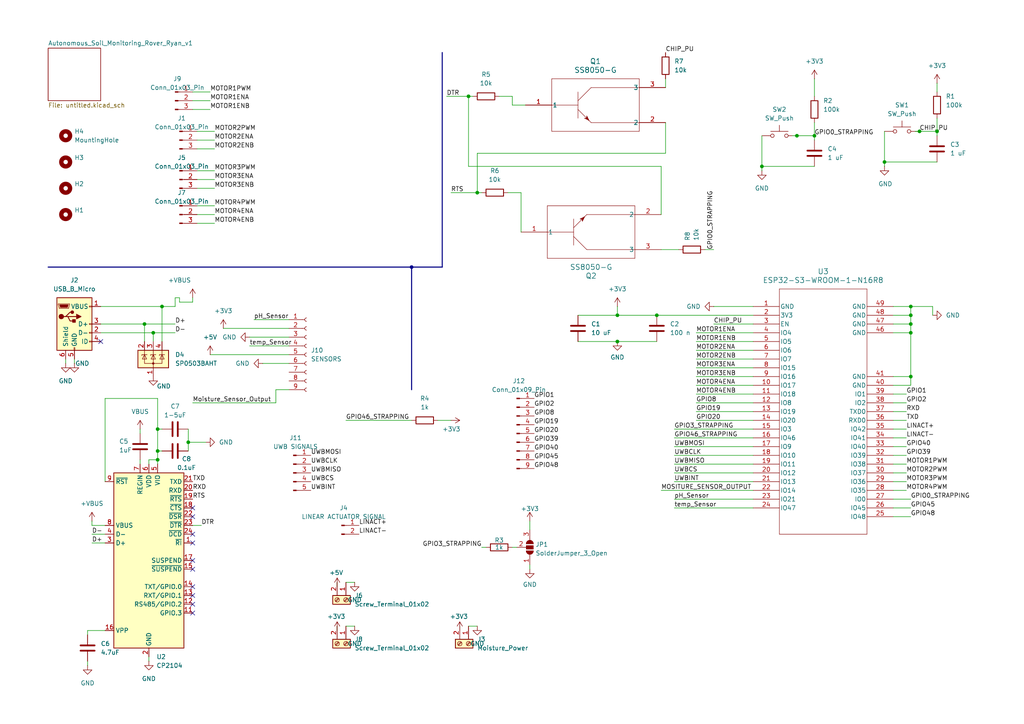
<source format=kicad_sch>
(kicad_sch (version 20231120) (generator "eeschema") (generator_version "8.0")
  (paper "A4")
  (lib_symbols
    (symbol "2024-11-11_01-31-27:SS8050-G" (pin_names (offset 0.254))
      (property "Reference" "Q" (at 20.32 12.7 0))
      (property "Value" "SS8050-G" (at 20.32 10.16 0))
      (symbol "SS8050-G_1_1"
        (pin unspecified line (at 0 0 0) (length 7.62) (name "1") (number "1"))
        (pin unspecified line (at 40.64 -5.08 180) (length 7.62) (name "2") (number "2"))
        (pin unspecified line (at 40.64 5.08 180) (length 7.62) (name "3") (number "3"))
      )
    )
    (symbol "2024-11-21_23-31-15:ESP32-S3-WROOM-1-N16R8" (pin_names (offset 0.254))
      (property "Reference" "U" (at 20.32 10.16 0))
      (property "Value" "ESP32-S3-WROOM-1-N16R8" (at 20.32 7.62 0))
      (symbol "ESP32-S3-WROOM-1-N16R8_0_1"
        (pin power_out line (at 0 0 0) (length 7.62) (name "GND") (number "1"))
        (pin bidirectional line (at 0 -22.86 0) (length 7.62) (name "IO17") (number "10"))
        (pin bidirectional line (at 0 -25.4 0) (length 7.62) (name "IO18") (number "11"))
        (pin bidirectional line (at 0 -27.94 0) (length 7.62) (name "IO8") (number "12"))
        (pin bidirectional line (at 0 -30.48 0) (length 7.62) (name "IO19") (number "13"))
        (pin bidirectional line (at 0 -33.02 0) (length 7.62) (name "IO20") (number "14"))
        (pin bidirectional line (at 0 -35.56 0) (length 7.62) (name "IO3") (number "15"))
        (pin bidirectional line (at 0 -38.1 0) (length 7.62) (name "IO46") (number "16"))
        (pin bidirectional line (at 0 -40.64 0) (length 7.62) (name "IO9") (number "17"))
        (pin bidirectional line (at 0 -43.18 0) (length 7.62) (name "IO10") (number "18"))
        (pin bidirectional line (at 0 -45.72 0) (length 7.62) (name "IO11") (number "19"))
        (pin power_in line (at 0 -2.54 0) (length 7.62) (name "3V3") (number "2"))
        (pin bidirectional line (at 0 -48.26 0) (length 7.62) (name "IO12") (number "20"))
        (pin bidirectional line (at 0 -50.8 0) (length 7.62) (name "IO13") (number "21"))
        (pin bidirectional line (at 0 -53.34 0) (length 7.62) (name "IO14") (number "22"))
        (pin bidirectional line (at 0 -55.88 0) (length 7.62) (name "IO21") (number "23"))
        (pin bidirectional line (at 0 -58.42 0) (length 7.62) (name "IO47") (number "24"))
        (pin bidirectional line (at 40.64 -60.96 180) (length 7.62) (name "IO48") (number "25"))
        (pin bidirectional line (at 40.64 -58.42 180) (length 7.62) (name "IO45") (number "26"))
        (pin bidirectional line (at 40.64 -55.88 180) (length 7.62) (name "IO0") (number "27"))
        (pin bidirectional line (at 40.64 -53.34 180) (length 7.62) (name "IO35") (number "28"))
        (pin bidirectional line (at 40.64 -50.8 180) (length 7.62) (name "IO36") (number "29"))
        (pin input line (at 0 -5.08 0) (length 7.62) (name "EN") (number "3"))
        (pin bidirectional line (at 40.64 -48.26 180) (length 7.62) (name "IO37") (number "30"))
        (pin bidirectional line (at 40.64 -45.72 180) (length 7.62) (name "IO38") (number "31"))
        (pin bidirectional line (at 40.64 -43.18 180) (length 7.62) (name "IO39") (number "32"))
        (pin bidirectional line (at 40.64 -40.64 180) (length 7.62) (name "IO40") (number "33"))
        (pin bidirectional line (at 40.64 -38.1 180) (length 7.62) (name "IO41") (number "34"))
        (pin bidirectional line (at 40.64 -35.56 180) (length 7.62) (name "IO42") (number "35"))
        (pin bidirectional line (at 40.64 -33.02 180) (length 7.62) (name "RXD0") (number "36"))
        (pin bidirectional line (at 40.64 -30.48 180) (length 7.62) (name "TXD0") (number "37"))
        (pin bidirectional line (at 40.64 -27.94 180) (length 7.62) (name "IO2") (number "38"))
        (pin bidirectional line (at 40.64 -25.4 180) (length 7.62) (name "IO1") (number "39"))
        (pin bidirectional line (at 0 -7.62 0) (length 7.62) (name "IO4") (number "4"))
        (pin power_out line (at 40.64 -22.86 180) (length 7.62) (name "GND") (number "40"))
        (pin power_out line (at 40.64 -20.32 180) (length 7.62) (name "GND") (number "41"))
        (pin power_out line (at 40.64 -7.62 180) (length 7.62) (name "GND") (number "46"))
        (pin power_out line (at 40.64 -5.08 180) (length 7.62) (name "GND") (number "47"))
        (pin power_out line (at 40.64 -2.54 180) (length 7.62) (name "GND") (number "48"))
        (pin power_out line (at 40.64 0 180) (length 7.62) (name "GND") (number "49"))
        (pin bidirectional line (at 0 -10.16 0) (length 7.62) (name "IO5") (number "5"))
        (pin bidirectional line (at 0 -12.7 0) (length 7.62) (name "IO6") (number "6"))
        (pin bidirectional line (at 0 -15.24 0) (length 7.62) (name "IO7") (number "7"))
        (pin bidirectional line (at 0 -17.78 0) (length 7.62) (name "IO15") (number "8"))
        (pin bidirectional line (at 0 -20.32 0) (length 7.62) (name "IO16") (number "9"))
      )
    )
    (symbol "Connector:Conn_01x02_Pin" (pin_names (offset 1.016) hide)
      (property "Reference" "J" (at 0 2.54 0))
      (property "Value" "Conn_01x02_Pin" (at 0 -5.08 0))
      (symbol "Conn_01x02_Pin_1_1"
        (pin passive line (at 5.08 0 180) (length 3.81) (name "Pin_1") (number "1"))
        (pin passive line (at 5.08 -2.54 180) (length 3.81) (name "Pin_2") (number "2"))
      )
    )
    (symbol "Connector:Conn_01x03_Pin" (pin_names (offset 1.016) hide)
      (property "Reference" "J" (at 0 5.08 0))
      (property "Value" "Conn_01x03_Pin" (at 0 -5.08 0))
      (symbol "Conn_01x03_Pin_1_1"
        (pin passive line (at 5.08 2.54 180) (length 3.81) (name "Pin_1") (number "1"))
        (pin passive line (at 5.08 0 180) (length 3.81) (name "Pin_2") (number "2"))
        (pin passive line (at 5.08 -2.54 180) (length 3.81) (name "Pin_3") (number "3"))
      )
    )
    (symbol "Connector:Conn_01x05_Pin" (pin_names (offset 1.016) hide)
      (property "Reference" "J" (at 0 7.62 0))
      (property "Value" "Conn_01x05_Pin" (at 0 -7.62 0))
      (symbol "Conn_01x05_Pin_1_1"
        (pin passive line (at 5.08 5.08 180) (length 3.81) (name "Pin_1") (number "1"))
        (pin passive line (at 5.08 2.54 180) (length 3.81) (name "Pin_2") (number "2"))
        (pin passive line (at 5.08 0 180) (length 3.81) (name "Pin_3") (number "3"))
        (pin passive line (at 5.08 -2.54 180) (length 3.81) (name "Pin_4") (number "4"))
        (pin passive line (at 5.08 -5.08 180) (length 3.81) (name "Pin_5") (number "5"))
      )
    )
    (symbol "Connector:Conn_01x09_Pin" (pin_names (offset 1.016) hide)
      (property "Reference" "J" (at 0 12.7 0))
      (property "Value" "Conn_01x09_Pin" (at 0 -12.7 0))
      (symbol "Conn_01x09_Pin_1_1"
        (pin passive line (at 5.08 10.16 180) (length 3.81) (name "Pin_1") (number "1"))
        (pin passive line (at 5.08 7.62 180) (length 3.81) (name "Pin_2") (number "2"))
        (pin passive line (at 5.08 5.08 180) (length 3.81) (name "Pin_3") (number "3"))
        (pin passive line (at 5.08 2.54 180) (length 3.81) (name "Pin_4") (number "4"))
        (pin passive line (at 5.08 0 180) (length 3.81) (name "Pin_5") (number "5"))
        (pin passive line (at 5.08 -2.54 180) (length 3.81) (name "Pin_6") (number "6"))
        (pin passive line (at 5.08 -5.08 180) (length 3.81) (name "Pin_7") (number "7"))
        (pin passive line (at 5.08 -7.62 180) (length 3.81) (name "Pin_8") (number "8"))
        (pin passive line (at 5.08 -10.16 180) (length 3.81) (name "Pin_9") (number "9"))
      )
    )
    (symbol "Connector:Conn_01x09_Socket" (pin_names (offset 1.016) hide)
      (property "Reference" "J" (at 0 12.7 0))
      (property "Value" "Conn_01x09_Socket" (at 0 -12.7 0))
      (symbol "Conn_01x09_Socket_1_1"
        (pin passive line (at -5.08 10.16 0) (length 3.81) (name "Pin_1") (number "1"))
        (pin passive line (at -5.08 7.62 0) (length 3.81) (name "Pin_2") (number "2"))
        (pin passive line (at -5.08 5.08 0) (length 3.81) (name "Pin_3") (number "3"))
        (pin passive line (at -5.08 2.54 0) (length 3.81) (name "Pin_4") (number "4"))
        (pin passive line (at -5.08 0 0) (length 3.81) (name "Pin_5") (number "5"))
        (pin passive line (at -5.08 -2.54 0) (length 3.81) (name "Pin_6") (number "6"))
        (pin passive line (at -5.08 -5.08 0) (length 3.81) (name "Pin_7") (number "7"))
        (pin passive line (at -5.08 -7.62 0) (length 3.81) (name "Pin_8") (number "8"))
        (pin passive line (at -5.08 -10.16 0) (length 3.81) (name "Pin_9") (number "9"))
      )
    )
    (symbol "Connector:Screw_Terminal_01x02" (pin_names (offset 1.016) hide)
      (property "Reference" "J" (at 0 2.54 0))
      (property "Value" "Screw_Terminal_01x02" (at 0 -5.08 0))
      (symbol "Screw_Terminal_01x02_1_1"
        (pin passive line (at -5.08 0 0) (length 3.81) (name "Pin_1") (number "1"))
        (pin passive line (at -5.08 -2.54 0) (length 3.81) (name "Pin_2") (number "2"))
      )
    )
    (symbol "Connector:USB_B_Micro" (pin_names (offset 1.016))
      (property "Reference" "J" (at -5.08 11.43 0))
      (property "Value" "USB_B_Micro" (at -5.08 8.89 0))
      (symbol "USB_B_Micro_1_1"
        (pin power_out line (at 7.62 5.08 180) (length 2.54) (name "VBUS") (number "1"))
        (pin bidirectional line (at 7.62 -2.54 180) (length 2.54) (name "D-") (number "2"))
        (pin bidirectional line (at 7.62 0 180) (length 2.54) (name "D+") (number "3"))
        (pin passive line (at 7.62 -5.08 180) (length 2.54) (name "ID") (number "4"))
        (pin power_out line (at 0 -10.16 90) (length 2.54) (name "GND") (number "5"))
        (pin passive line (at -2.54 -10.16 90) (length 2.54) (name "Shield") (number "6"))
      )
    )
    (symbol "Device:C" (pin_numbers hide) (pin_names (offset 0.254))
      (property "Reference" "C" (at 0.635 2.54 0))
      (property "Value" "C" (at 0.635 -2.54 0))
      (symbol "C_1_1"
        (pin passive line (at 0 3.81 270) (length 2.794) (name "~") (number "1"))
        (pin passive line (at 0 -3.81 90) (length 2.794) (name "~") (number "2"))
      )
    )
    (symbol "Device:R" (pin_numbers hide) (pin_names (offset 0))
      (property "Reference" "R" (at 2.032 0 90))
      (property "Value" "R" (at 0 0 90))
      (symbol "R_1_1"
        (pin passive line (at 0 3.81 270) (length 1.27) (name "~") (number "1"))
        (pin passive line (at 0 -3.81 90) (length 1.27) (name "~") (number "2"))
      )
    )
    (symbol "Interface_USB:CP2104"
      (property "Reference" "U" (at -5.08 28.575 0))
      (property "Value" "CP2104" (at -5.08 26.67 0))
      (symbol "CP2104_1_1"
        (pin input line (at 12.7 5.08 180) (length 2.54) (name "~{RI}") (number "1"))
        (pin no_connect line (at 10.16 -20.32 180) (length 2.54) hide (name "NC") (number "10"))
        (pin bidirectional line (at 12.7 -15.24 180) (length 2.54) (name "GPIO.3") (number "11"))
        (pin bidirectional line (at 12.7 -12.7 180) (length 2.54) (name "RS485/GPIO.2") (number "12"))
        (pin bidirectional line (at 12.7 -10.16 180) (length 2.54) (name "RXT/GPIO.1") (number "13"))
        (pin bidirectional line (at 12.7 -7.62 180) (length 2.54) (name "TXT/GPIO.0") (number "14"))
        (pin output line (at 12.7 -2.54 180) (length 2.54) (name "~{SUSPEND}") (number "15"))
        (pin passive line (at -12.7 -20.32 0) (length 2.54) (name "VPP") (number "16"))
        (pin output line (at 12.7 0 180) (length 2.54) (name "SUSPEND") (number "17"))
        (pin input line (at 12.7 15.24 180) (length 2.54) (name "~{CTS}") (number "18"))
        (pin output line (at 12.7 17.78 180) (length 2.54) (name "~{RTS}") (number "19"))
        (pin power_in line (at 0 -27.94 90) (length 2.54) (name "GND") (number "2"))
        (pin input line (at 12.7 20.32 180) (length 2.54) (name "RXD") (number "20"))
        (pin output line (at 12.7 22.86 180) (length 2.54) (name "TXD") (number "21"))
        (pin input line (at 12.7 12.7 180) (length 2.54) (name "~{DSR}") (number "22"))
        (pin output line (at 12.7 10.16 180) (length 2.54) (name "~{DTR}") (number "23"))
        (pin input line (at 12.7 7.62 180) (length 2.54) (name "~{DCD}") (number "24"))
        (pin passive line (at 0 -27.94 90) (length 2.54) hide (name "GND") (number "25"))
        (pin bidirectional line (at -12.7 5.08 0) (length 2.54) (name "D+") (number "3"))
        (pin bidirectional line (at -12.7 7.62 0) (length 2.54) (name "D-") (number "4"))
        (pin power_in line (at 2.54 27.94 270) (length 2.54) (name "VIO") (number "5"))
        (pin power_in line (at 0 27.94 270) (length 2.54) (name "VDD") (number "6"))
        (pin power_in line (at -2.54 27.94 270) (length 2.54) (name "REGIN") (number "7"))
        (pin input line (at -12.7 10.16 0) (length 2.54) (name "VBUS") (number "8"))
        (pin bidirectional line (at -12.7 22.86 0) (length 2.54) (name "~{RST}") (number "9"))
      )
    )
    (symbol "Jumper:SolderJumper_3_Open" (pin_names (offset 0) hide)
      (property "Reference" "JP" (at -2.54 -2.54 0))
      (property "Value" "SolderJumper_3_Open" (at 0 2.794 0))
      (symbol "SolderJumper_3_Open_1_1"
        (pin passive line (at -5.08 0 0) (length 2.54) (name "A") (number "1"))
        (pin passive line (at 0 -3.81 90) (length 2.54) (name "C") (number "2"))
        (pin passive line (at 5.08 0 180) (length 2.54) (name "B") (number "3"))
      )
    )
    (symbol "Mechanical:MountingHole" (pin_names (offset 1.016)) (exclude_from_sim yes) (in_bom no)
      (property "Reference" "H" (at 0 5.08 0))
      (property "Value" "MountingHole" (at 0 3.175 0))
    )
    (symbol "Power_Protection:SP0503BAHT" (pin_names hide)
      (property "Reference" "D" (at 5.715 2.54 0))
      (property "Value" "SP0503BAHT" (at 5.715 0.635 0))
      (symbol "SP0503BAHT_0_0"
        (pin passive line (at 0 -5.08 90) (length 2.54) (name "A") (number "1"))
      )
      (symbol "SP0503BAHT_1_1"
        (pin passive line (at -2.54 5.08 270) (length 2.54) (name "K") (number "2"))
        (pin passive line (at 0 5.08 270) (length 2.54) (name "K") (number "3"))
        (pin passive line (at 2.54 5.08 270) (length 2.54) (name "K") (number "4"))
      )
    )
    (symbol "Switch:SW_Push" (pin_numbers hide) (pin_names (offset 1.016) hide)
      (property "Reference" "SW" (at 1.27 2.54 0))
      (property "Value" "SW_Push" (at 0 -1.524 0))
      (symbol "SW_Push_0_1"
        (pin passive line (at -5.08 0 0) (length 2.54) (name "1") (number "1"))
        (pin passive line (at 5.08 0 180) (length 2.54) (name "2") (number "2"))
      )
    )
    (symbol "basic:R" (pin_numbers hide) (pin_names (offset 0))
      (property "Value" "R" (at 0 0 90))
      (symbol "R_1_1"
        (pin passive line (at 0 3.81 270) (length 1.27) (name "~") (number "1"))
        (pin passive line (at 0 -3.81 90) (length 1.27) (name "~") (number "2"))
      )
    )
    (symbol "power:+12V" (power) (pin_numbers hide) (pin_names (offset 0) hide)
      (property "Value" "+12V" (at 0 3.556 0))
      (symbol "+12V_1_1"
        (pin power_in line (at 0 0 90) (length 0) (name "~") (number "1"))
      )
    )
    (symbol "power:+3V3" (power) (pin_numbers hide) (pin_names (offset 0) hide)
      (property "Value" "+3V3" (at 0 3.556 0))
      (symbol "+3V3_1_1"
        (pin power_in line (at 0 0 90) (length 0) (name "~") (number "1"))
      )
    )
    (symbol "power:+5V" (power) (pin_numbers hide) (pin_names (offset 0) hide)
      (property "Value" "+5V" (at 0 3.556 0))
      (symbol "+5V_1_1"
        (pin power_in line (at 0 0 90) (length 0) (name "~") (number "1"))
      )
    )
    (symbol "power:GND" (power) (pin_numbers hide) (pin_names (offset 0) hide)
      (property "Value" "GND" (at 0 -3.81 0))
      (symbol "GND_1_1"
        (pin power_in line (at 0 0 270) (length 0) (name "~") (number "1"))
      )
    )
    (symbol "power:VBUS" (power) (pin_numbers hide) (pin_names (offset 0) hide)
      (property "Value" "VBUS" (at 0 3.556 0))
      (symbol "VBUS_1_1"
        (pin power_in line (at 0 0 90) (length 0) (name "~") (number "1"))
      )
    )
  )
  (junction (at 190.5 91.44))
  (junction (at 220.98 48.26))
  (junction (at 119.38 77.47))
  (junction (at 44.45 96.52))
  (junction (at 179.07 91.44))
  (junction (at 46.99 88.9))
  (junction (at 135.89 27.94))
  (junction (at 271.78 38.1))
  (junction (at 264.16 93.98))
  (junction (at 45.72 130.81))
  (junction (at 138.43 55.88))
  (junction (at 236.22 39.37))
  (junction (at 264.16 96.52))
  (junction (at 264.16 88.9))
  (junction (at 256.54 46.99))
  (junction (at 266.7 38.1))
  (junction (at 41.91 93.98))
  (junction (at 231.14 39.37))
  (junction (at 45.72 133.35))
  (junction (at 54.61 128.27))
  (junction (at 264.16 109.22))
  (junction (at 264.16 91.44))
  (junction (at 45.72 124.46))
  (junction (at 179.07 99.06))
  (no_connect (at 55.88 162.56))
  (no_connect (at 55.88 172.72))
  (no_connect (at 55.88 149.86))
  (no_connect (at 55.88 177.8))
  (no_connect (at 55.88 147.32))
  (no_connect (at 55.88 175.26))
  (no_connect (at 29.21 99.06))
  (no_connect (at 55.88 165.1))
  (no_connect (at 55.88 170.18))
  (no_connect (at 55.88 157.48))
  (no_connect (at 55.88 154.94))
  (wire (pts (xy 129.54 27.94) (xy 135.89 27.94)))
  (wire (pts (xy 256.54 46.99) (xy 256.54 48.26)))
  (wire (pts (xy 45.72 124.46) (xy 46.99 124.46)))
  (wire (pts (xy 54.61 124.46) (xy 54.61 128.27)))
  (wire (pts (xy 80.01 116.84) (xy 80.01 113.03)))
  (wire (pts (xy 44.45 96.52) (xy 44.45 99.06)))
  (wire (pts (xy 139.7 158.75) (xy 140.97 158.75)))
  (wire (pts (xy 193.04 44.45) (xy 193.04 35.56)))
  (wire (pts (xy 259.08 119.38) (xy 262.89 119.38)))
  (wire (pts (xy 220.98 48.26) (xy 220.98 49.53)))
  (wire (pts (xy 52.07 87.63) (xy 55.88 87.63)))
  (wire (pts (xy 30.48 115.57) (xy 30.48 139.7)))
  (wire (pts (xy 57.15 64.77) (xy 62.23 64.77)))
  (wire (pts (xy 259.08 127) (xy 262.89 127)))
  (wire (pts (xy 271.78 38.1) (xy 271.78 39.37)))
  (wire (pts (xy 256.54 46.99) (xy 271.78 46.99)))
  (wire (pts (xy 60.96 102.87) (xy 83.82 102.87)))
  (wire (pts (xy 204.47 72.39) (xy 207.01 72.39)))
  (wire (pts (xy 266.7 38.1) (xy 271.78 38.1)))
  (wire (pts (xy 76.2 105.41) (xy 83.82 105.41)))
  (wire (pts (xy 193.04 22.86) (xy 193.04 25.4)))
  (bus (pts (xy 13.97 77.47) (xy 119.38 77.47)))
  (wire (pts (xy 46.99 88.9) (xy 50.8 88.9)))
  (wire (pts (xy 256.54 38.1) (xy 256.54 46.99)))
  (wire (pts (xy 152.4 30.48) (xy 148.59 30.48)))
  (wire (pts (xy 54.61 128.27) (xy 59.69 128.27)))
  (wire (pts (xy 271.78 24.13) (xy 271.78 26.67)))
  (wire (pts (xy 195.58 144.78) (xy 218.44 144.78)))
  (wire (pts (xy 191.77 72.39) (xy 196.85 72.39)))
  (wire (pts (xy 80.01 113.03) (xy 83.82 113.03)))
  (wire (pts (xy 45.72 115.57) (xy 30.48 115.57)))
  (wire (pts (xy 201.93 114.3) (xy 218.44 114.3)))
  (wire (pts (xy 57.15 62.23) (xy 62.23 62.23)))
  (wire (pts (xy 264.16 93.98) (xy 264.16 91.44)))
  (wire (pts (xy 45.72 124.46) (xy 45.72 115.57)))
  (wire (pts (xy 41.91 93.98) (xy 41.91 99.06)))
  (wire (pts (xy 195.58 124.46) (xy 218.44 124.46)))
  (wire (pts (xy 45.72 133.35) (xy 45.72 134.62)))
  (wire (pts (xy 259.08 142.24) (xy 262.89 142.24)))
  (wire (pts (xy 201.93 121.92) (xy 218.44 121.92)))
  (wire (pts (xy 135.89 27.94) (xy 135.89 48.26)))
  (wire (pts (xy 55.88 31.75) (xy 60.96 31.75)))
  (wire (pts (xy 57.15 40.64) (xy 62.23 40.64)))
  (wire (pts (xy 229.87 39.37) (xy 231.14 39.37)))
  (wire (pts (xy 201.93 109.22) (xy 218.44 109.22)))
  (wire (pts (xy 207.01 88.9) (xy 218.44 88.9)))
  (wire (pts (xy 195.58 139.7) (xy 218.44 139.7)))
  (wire (pts (xy 44.45 96.52) (xy 50.8 96.52)))
  (wire (pts (xy 57.15 49.53) (xy 62.23 49.53)))
  (wire (pts (xy 195.58 129.54) (xy 218.44 129.54)))
  (wire (pts (xy 195.58 137.16) (xy 218.44 137.16)))
  (wire (pts (xy 73.66 92.71) (xy 83.82 92.71)))
  (wire (pts (xy 264.16 111.76) (xy 264.16 109.22)))
  (wire (pts (xy 26.67 157.48) (xy 30.48 157.48)))
  (wire (pts (xy 264.16 88.9) (xy 270.51 88.9)))
  (wire (pts (xy 97.79 182.88) (xy 97.79 181.61)))
  (wire (pts (xy 57.15 52.07) (xy 62.23 52.07)))
  (wire (pts (xy 57.15 54.61) (xy 62.23 54.61)))
  (wire (pts (xy 220.98 39.37) (xy 220.98 48.26)))
  (wire (pts (xy 45.72 130.81) (xy 46.99 130.81)))
  (wire (pts (xy 201.93 116.84) (xy 218.44 116.84)))
  (wire (pts (xy 179.07 88.9) (xy 179.07 91.44)))
  (wire (pts (xy 50.8 86.36) (xy 52.07 86.36)))
  (wire (pts (xy 72.39 100.33) (xy 83.82 100.33)))
  (wire (pts (xy 127 121.92) (xy 130.81 121.92)))
  (wire (pts (xy 29.21 96.52) (xy 44.45 96.52)))
  (wire (pts (xy 135.89 27.94) (xy 137.16 27.94)))
  (wire (pts (xy 153.67 151.13) (xy 153.67 153.67)))
  (wire (pts (xy 207.01 93.98) (xy 218.44 93.98)))
  (wire (pts (xy 138.43 55.88) (xy 139.7 55.88)))
  (wire (pts (xy 55.88 29.21) (xy 60.96 29.21)))
  (wire (pts (xy 201.93 106.68) (xy 218.44 106.68)))
  (wire (pts (xy 55.88 116.84) (xy 80.01 116.84)))
  (wire (pts (xy 236.22 22.86) (xy 236.22 27.94)))
  (wire (pts (xy 54.61 128.27) (xy 54.61 130.81)))
  (wire (pts (xy 43.18 133.35) (xy 45.72 133.35)))
  (wire (pts (xy 45.72 130.81) (xy 45.72 124.46)))
  (wire (pts (xy 55.88 87.63) (xy 55.88 86.36)))
  (wire (pts (xy 259.08 134.62) (xy 262.89 134.62)))
  (wire (pts (xy 100.33 168.91) (xy 102.87 168.91)))
  (wire (pts (xy 97.79 170.18) (xy 97.79 168.91)))
  (wire (pts (xy 201.93 99.06) (xy 218.44 99.06)))
  (wire (pts (xy 167.64 91.44) (xy 179.07 91.44)))
  (wire (pts (xy 259.08 96.52) (xy 264.16 96.52)))
  (wire (pts (xy 130.81 55.88) (xy 138.43 55.88)))
  (wire (pts (xy 195.58 134.62) (xy 218.44 134.62)))
  (wire (pts (xy 46.99 99.06) (xy 46.99 88.9)))
  (wire (pts (xy 195.58 147.32) (xy 218.44 147.32)))
  (wire (pts (xy 259.08 111.76) (xy 264.16 111.76)))
  (wire (pts (xy 151.13 55.88) (xy 147.32 55.88)))
  (bus (pts (xy 128.27 15.24) (xy 128.27 77.47)))
  (wire (pts (xy 259.08 88.9) (xy 264.16 88.9)))
  (wire (pts (xy 259.08 129.54) (xy 262.89 129.54)))
  (wire (pts (xy 259.08 91.44) (xy 264.16 91.44)))
  (wire (pts (xy 236.22 39.37) (xy 236.22 35.56)))
  (wire (pts (xy 52.07 86.36) (xy 52.07 87.63)))
  (wire (pts (xy 151.13 67.31) (xy 151.13 55.88)))
  (wire (pts (xy 264.16 91.44) (xy 264.16 88.9)))
  (wire (pts (xy 135.89 181.61) (xy 138.43 181.61)))
  (wire (pts (xy 236.22 39.37) (xy 236.22 40.64)))
  (wire (pts (xy 25.4 184.15) (xy 25.4 182.88)))
  (wire (pts (xy 148.59 158.75) (xy 149.86 158.75)))
  (wire (pts (xy 179.07 91.44) (xy 190.5 91.44)))
  (wire (pts (xy 57.15 59.69) (xy 62.23 59.69)))
  (wire (pts (xy 30.48 152.4) (xy 26.67 152.4)))
  (wire (pts (xy 50.8 88.9) (xy 50.8 86.36)))
  (wire (pts (xy 148.59 30.48) (xy 148.59 27.94)))
  (wire (pts (xy 259.08 114.3) (xy 262.89 114.3)))
  (wire (pts (xy 201.93 96.52) (xy 218.44 96.52)))
  (wire (pts (xy 19.05 105.41) (xy 19.05 104.14)))
  (wire (pts (xy 29.21 93.98) (xy 41.91 93.98)))
  (wire (pts (xy 259.08 132.08) (xy 262.89 132.08)))
  (wire (pts (xy 259.08 109.22) (xy 264.16 109.22)))
  (wire (pts (xy 259.08 124.46) (xy 262.89 124.46)))
  (wire (pts (xy 64.77 95.25) (xy 83.82 95.25)))
  (wire (pts (xy 195.58 132.08) (xy 218.44 132.08)))
  (wire (pts (xy 259.08 93.98) (xy 264.16 93.98)))
  (wire (pts (xy 26.67 154.94) (xy 30.48 154.94)))
  (wire (pts (xy 43.18 191.77) (xy 43.18 190.5)))
  (wire (pts (xy 100.33 181.61) (xy 102.87 181.61)))
  (wire (pts (xy 201.93 101.6) (xy 218.44 101.6)))
  (wire (pts (xy 264.16 109.22) (xy 264.16 96.52)))
  (wire (pts (xy 259.08 121.92) (xy 262.89 121.92)))
  (wire (pts (xy 201.93 104.14) (xy 218.44 104.14)))
  (bus (pts (xy 119.38 77.47) (xy 128.27 77.47)))
  (wire (pts (xy 191.77 142.24) (xy 218.44 142.24)))
  (wire (pts (xy 21.59 104.14) (xy 21.59 105.41)))
  (wire (pts (xy 201.93 111.76) (xy 218.44 111.76)))
  (wire (pts (xy 100.33 121.92) (xy 119.38 121.92)))
  (bus (pts (xy 119.38 77.47) (xy 119.38 113.03)))
  (wire (pts (xy 153.67 163.83) (xy 153.67 165.1)))
  (wire (pts (xy 259.08 144.78) (xy 264.16 144.78)))
  (wire (pts (xy 29.21 88.9) (xy 46.99 88.9)))
  (wire (pts (xy 220.98 48.26) (xy 236.22 48.26)))
  (wire (pts (xy 40.64 133.35) (xy 40.64 134.62)))
  (wire (pts (xy 231.14 39.37) (xy 236.22 39.37)))
  (wire (pts (xy 57.15 38.1) (xy 62.23 38.1)))
  (wire (pts (xy 57.15 43.18) (xy 62.23 43.18)))
  (wire (pts (xy 270.51 88.9) (xy 270.51 91.44)))
  (wire (pts (xy 259.08 139.7) (xy 262.89 139.7)))
  (wire (pts (xy 133.35 182.88) (xy 133.35 181.61)))
  (wire (pts (xy 259.08 116.84) (xy 262.89 116.84)))
  (wire (pts (xy 41.91 93.98) (xy 50.8 93.98)))
  (wire (pts (xy 40.64 124.46) (xy 40.64 125.73)))
  (wire (pts (xy 148.59 27.94) (xy 144.78 27.94)))
  (wire (pts (xy 259.08 147.32) (xy 264.16 147.32)))
  (wire (pts (xy 271.78 38.1) (xy 271.78 34.29)))
  (wire (pts (xy 58.42 152.4) (xy 55.88 152.4)))
  (wire (pts (xy 138.43 44.45) (xy 193.04 44.45)))
  (wire (pts (xy 195.58 127) (xy 218.44 127)))
  (wire (pts (xy 25.4 193.04) (xy 25.4 191.77)))
  (wire (pts (xy 135.89 48.26) (xy 191.77 48.26)))
  (wire (pts (xy 179.07 99.06) (xy 190.5 99.06)))
  (wire (pts (xy 26.67 152.4) (xy 26.67 151.13)))
  (wire (pts (xy 259.08 137.16) (xy 262.89 137.16)))
  (wire (pts (xy 259.08 149.86) (xy 264.16 149.86)))
  (wire (pts (xy 201.93 119.38) (xy 218.44 119.38)))
  (wire (pts (xy 265.43 38.1) (xy 266.7 38.1)))
  (wire (pts (xy 190.5 91.44) (xy 218.44 91.44)))
  (wire (pts (xy 43.18 134.62) (xy 43.18 133.35)))
  (wire (pts (xy 25.4 182.88) (xy 30.48 182.88)))
  (wire (pts (xy 264.16 96.52) (xy 264.16 93.98)))
  (wire (pts (xy 191.77 48.26) (xy 191.77 62.23)))
  (wire (pts (xy 138.43 55.88) (xy 138.43 44.45)))
  (wire (pts (xy 72.39 97.79) (xy 83.82 97.79)))
  (wire (pts (xy 55.88 26.67) (xy 60.96 26.67)))
  (wire (pts (xy 45.72 133.35) (xy 45.72 130.81)))
  (wire (pts (xy 167.64 99.06) (xy 179.07 99.06)))
  (label "UWBCLK" (at 90.17 134.62 0))
  (label "pH_Sensor" (at 195.58 144.78 0))
  (label "MOTOR4ENB" (at 201.93 114.3 0))
  (label "TXD" (at 262.89 121.92 0))
  (label "CHIP_PU" (at 207.01 93.98 0))
  (label "GPIO0_STRAPPING" (at 236.22 39.37 0))
  (label "GPIO39" (at 262.89 132.08 0))
  (label "RXD" (at 55.88 142.24 0))
  (label "MOTOR1ENA" (at 60.96 29.21 0))
  (label "MOTOR4ENB" (at 62.23 64.77 0))
  (label "MOTOR4PWM" (at 262.89 142.24 0))
  (label "GPIO46_STRAPPING" (at 195.58 127 0))
  (label "temp_Sensor" (at 195.58 147.32 0))
  (label "temp_Sensor" (at 72.39 100.33 0))
  (label "GPIO3_STRAPPING" (at 139.7 158.75 180))
  (label "GPIO0_STRAPPING" (at 264.16 144.78 0))
  (label "GPIO2" (at 262.89 116.84 0))
  (label "UWBMOSI" (at 195.58 129.54 0))
  (label "GPIO1" (at 154.94 115.57 0))
  (label "GPIO8" (at 154.94 120.65 0))
  (label "LINACT+" (at 262.89 124.46 0))
  (label "MOTOR3ENA" (at 201.93 106.68 0))
  (label "UWBCS" (at 195.58 137.16 0))
  (label "MOTOR3ENB" (at 62.23 54.61 0))
  (label "TXD" (at 55.88 139.7 0))
  (label "MOTOR1ENB" (at 60.96 31.75 0))
  (label "GPIO8" (at 201.93 116.84 0))
  (label "CHIP_PU" (at 266.7 38.1 0))
  (label "MOTOR1ENA" (at 201.93 96.52 0))
  (label "UWBINT" (at 90.17 142.24 0))
  (label "GPIO2" (at 154.94 118.11 0))
  (label "GPIO46_STRAPPING" (at 100.33 121.92 0))
  (label "MOSITURE_SENSOR_OUTPUT" (at 191.77 142.24 0))
  (label "LINACT-" (at 262.89 127 0))
  (label "D-" (at 50.8 96.52 0))
  (label "GPIO45" (at 264.16 147.32 0))
  (label "UWBINT" (at 195.58 139.7 0))
  (label "MOTOR1ENB" (at 201.93 99.06 0))
  (label "LINACT-" (at 104.14 154.94 0))
  (label "UWBMOSI" (at 90.17 132.08 0))
  (label "pH_Sensor" (at 73.66 92.71 0))
  (label "MOTOR3ENB" (at 201.93 109.22 0))
  (label "LINACT+" (at 104.14 152.4 0))
  (label "MOTOR2ENB" (at 62.23 43.18 0))
  (label "MOTOR2ENA" (at 201.93 101.6 0))
  (label "Moisture_Sensor_Output" (at 55.88 116.84 0))
  (label "GPIO1" (at 262.89 114.3 0))
  (label "GPIO19" (at 154.94 123.19 0))
  (label "UWBMISO" (at 195.58 134.62 0))
  (label "RXD" (at 262.89 119.38 0))
  (label "GPIO40" (at 262.89 129.54 0))
  (label "GPIO20" (at 201.93 121.92 0))
  (label "RTS" (at 55.88 144.78 0))
  (label "MOTOR2PWM" (at 262.89 137.16 0))
  (label "D+" (at 26.67 157.48 0))
  (label "MOTOR4ENA" (at 201.93 111.76 0))
  (label "GPIO19" (at 201.93 119.38 0))
  (label "GPIO39" (at 154.94 128.27 0))
  (label "UWBCLK" (at 195.58 132.08 0))
  (label "MOTOR4PWM" (at 62.23 59.69 0))
  (label "MOTOR1PWM" (at 60.96 26.67 0))
  (label "DTR" (at 58.42 152.4 0))
  (label "MOTOR3PWM" (at 62.23 49.53 0))
  (label "GPIO48" (at 264.16 149.86 0))
  (label "DTR" (at 129.54 27.94 0))
  (label "CHIP_PU" (at 193.04 15.24 0))
  (label "RTS" (at 130.81 55.88 0))
  (label "GPIO0_STRAPPING" (at 207.01 72.39 90))
  (label "MOTOR1PWM" (at 262.89 134.62 0))
  (label "MOTOR3ENA" (at 62.23 52.07 0))
  (label "MOTOR4ENA" (at 62.23 62.23 0))
  (label "GPIO48" (at 154.94 135.89 0))
  (label "UWBMISO" (at 90.17 137.16 0))
  (label "MOTOR2PWM" (at 62.23 38.1 0))
  (label "D+" (at 50.8 93.98 0))
  (label "MOTOR3PWM" (at 262.89 139.7 0))
  (label "D-" (at 26.67 154.94 0))
  (label "GPIO45" (at 154.94 133.35 0))
  (label "MOTOR2ENA" (at 62.23 40.64 0))
  (label "GPIO3_STRAPPING" (at 195.58 124.46 0))
  (label "GPIO40" (at 154.94 130.81 0))
  (label "MOTOR2ENB" (at 201.93 104.14 0))
  (label "UWBCS" (at 90.17 139.7 0))
  (label "GPIO20" (at 154.94 125.73 0))
  (symbol (lib_id "Device:C") (at 236.22 44.45 0) (unit 1)
    (property "Reference" "C4" (at 240.03 43.1799 0) (effects (justify left)))
    (property "Value" "1 uF" (at 240.03 45.7199 0) (effects (justify left)))
    (property "Footprint" "Capacitor_SMD:C_0805_2012Metric_Pad1.18x1.45mm_HandSolder" (effects (hide yes)))
    (property "Description" "Unpolarized capacitor" (effects (hide yes)))
  )
  (symbol (lib_id "power:GND") (at 19.05 105.41 0) (unit 1)
    (property "Reference" "#PWR034" (effects (hide yes)))
    (property "Value" "GND" (at 19.05 110.49 0))
    (property "Description" "Power symbol creates a global label with name \"GND\" , ground" (effects (hide yes)))
  )
  (symbol (lib_id "Connector:Conn_01x02_Pin") (at 99.06 152.4 0) (unit 1)
    (property "Reference" "J4" (at 99.695 147.32 0))
    (property "Value" "LINEAR ACTUATOR SIGNAL" (at 99.695 149.86 0))
    (property "Footprint" "TerminalBlock_Phoenix:TerminalBlock_Phoenix_MKDS-1,5-2-5.08_1x02_P5.08mm_Horizontal" (effects (hide yes)))
    (property "Description" "Generic connector, single row, 01x02, script generated" (effects (hide yes)))
  )
  (symbol (lib_id "power:GND") (at 76.2 105.41 270) (unit 1)
    (property "Reference" "#PWR051" (effects (hide yes)))
    (property "Value" "GND" (at 72.39 105.4099 90) (effects (justify right)))
    (property "Description" "Power symbol creates a global label with name \"GND\" , ground" (effects (hide yes)))
  )
  (symbol (lib_id "Device:C") (at 271.78 43.18 0) (unit 1)
    (property "Reference" "C3" (at 275.59 41.9099 0) (effects (justify left)))
    (property "Value" "1 uF" (at 275.59 44.4499 0) (effects (justify left)))
    (property "Footprint" "Capacitor_SMD:C_0805_2012Metric_Pad1.18x1.45mm_HandSolder" (effects (hide yes)))
    (property "Description" "Unpolarized capacitor" (effects (hide yes)))
  )
  (symbol (lib_id "Interface_USB:CP2104") (at 43.18 162.56 0) (unit 1)
    (property "Reference" "U2" (at 45.3741 190.5 0) (effects (justify left)))
    (property "Value" "CP2104" (at 45.3741 193.04 0) (effects (justify left)))
    (property "Footprint" "Package_DFN_QFN:QFN-24-1EP_4x4mm_P0.5mm_EP2.6x2.6mm" (effects (hide yes)))
    (property "Datasheet" "https://www.silabs.com/documents/public/data-sheets/cp2104.pdf" (effects (hide yes)))
    (property "Description" "Single-Chip USB-to-UART Bridge, USB 2.0 Full-Speed, 2Mbps UART, QFN-24" (effects (hide yes)))
  )
  (symbol (lib_id "Device:R") (at 140.97 27.94 270) (unit 1)
    (property "Reference" "R5" (at 140.97 21.59 90))
    (property "Value" "10k" (at 140.97 24.13 90))
    (property "Footprint" "Resistor_SMD:R_0805_2012Metric_Pad1.20x1.40mm_HandSolder" (effects (hide yes)))
    (property "Description" "Resistor" (effects (hide yes)))
  )
  (symbol (lib_id "power:GND") (at 102.87 168.91 0) (unit 1)
    (property "Reference" "#PWR028" (effects (hide yes)))
    (property "Value" "GND" (at 102.87 173.99 0))
    (property "Description" "Power symbol creates a global label with name \"GND\" , ground" (effects (hide yes)))
  )
  (symbol (lib_id "Connector:Screw_Terminal_01x02") (at 135.89 186.69 270) (unit 1)
    (property "Reference" "J3" (at 138.43 185.4199 90) (effects (justify left)))
    (property "Value" "Moisture_Power" (at 138.43 187.9599 90) (effects (justify left)))
    (property "Footprint" "TerminalBlock_Phoenix:TerminalBlock_Phoenix_MKDS-1,5-2-5.08_1x02_P5.08mm_Horizontal" (effects (hide yes)))
    (property "Description" "Generic screw terminal, single row, 01x02, script generated (kicad-library-utils/schlib/autogen/connector/)" (effects (hide yes)))
  )
  (symbol (lib_id "power:GND") (at 138.43 181.61 0) (unit 1)
    (property "Reference" "#PWR012" (effects (hide yes)))
    (property "Value" "GND" (at 138.43 186.69 0))
    (property "Description" "Power symbol creates a global label with name \"GND\" , ground" (effects (hide yes)))
  )
  (symbol (lib_id "power:+3V3") (at 153.67 151.13 0) (unit 1)
    (property "Reference" "#PWR08" (effects (hide yes)))
    (property "Value" "+3V3" (at 153.67 147.5542 0))
  )
  (symbol (lib_id "Connector:Conn_01x03_Pin") (at 52.07 40.64 0) (unit 1)
    (property "Reference" "J1" (at 52.705 34.29 0))
    (property "Value" "Conn_01x03_Pin" (at 52.705 36.83 0))
    (property "Footprint" "Connector_PinHeader_2.54mm:PinHeader_1x03_P2.54mm_Vertical" (effects (hide yes)))
    (property "Description" "Generic connector, single row, 01x03, script generated" (effects (hide yes)))
  )
  (symbol (lib_id "power:GND") (at 256.54 48.26 0) (unit 1)
    (property "Reference" "#PWR04" (effects (hide yes)))
    (property "Value" "GND" (at 256.794 53.34 0))
    (property "Description" "Power symbol creates a global label with name \"GND\" , ground" (effects (hide yes)))
  )
  (symbol (lib_id "power:+3V3") (at 60.96 102.87 0) (unit 1)
    (property "Reference" "#PWR070" (effects (hide yes)))
    (property "Value" "+5V" (at 60.96 97.79 0))
    (property "Description" "Power symbol creates a global label with name \"+3V3\"" (effects (hide yes)))
  )
  (symbol (lib_id "Connector:Screw_Terminal_01x02") (at 100.33 173.99 270) (unit 1)
    (property "Reference" "J6" (at 102.87 172.7199 90) (effects (justify left)))
    (property "Value" "Screw_Terminal_01x02" (at 102.87 175.2599 90) (effects (justify left)))
    (property "Footprint" "TerminalBlock_Phoenix:TerminalBlock_Phoenix_MKDS-1,5-2-5.08_1x02_P5.08mm_Horizontal" (effects (hide yes)))
    (property "Description" "Generic screw terminal, single row, 01x02, script generated (kicad-library-utils/schlib/autogen/connector/)" (effects (hide yes)))
  )
  (symbol (lib_id "power:GND") (at 153.67 165.1 0) (unit 1)
    (property "Reference" "#PWR09" (effects (hide yes)))
    (property "Value" "GND" (at 153.67 169.5434 0))
  )
  (symbol (lib_id "power:+12V") (at 97.79 170.18 0) (unit 1)
    (property "Reference" "#PWR027" (effects (hide yes)))
    (property "Value" "+5V" (at 97.536 166.116 0))
    (property "Description" "Power symbol creates a global label with name \"+12V\"" (effects (hide yes)))
  )
  (symbol (lib_id "Connector:Conn_01x09_Socket") (at 88.9 102.87 0) (unit 1)
    (property "Reference" "J10" (at 90.17 101.5999 0) (effects (justify left)))
    (property "Value" "SENSORS" (at 90.17 104.1399 0) (effects (justify left)))
    (property "Footprint" "Connector_PinHeader_2.54mm:PinHeader_1x09_P2.54mm_Vertical" (effects (hide yes)))
    (property "Description" "Generic connector, single row, 01x09, script generated" (effects (hide yes)))
  )
  (symbol (lib_id "power:GND") (at 43.18 191.77 0) (unit 1)
    (property "Reference" "#PWR020" (effects (hide yes)))
    (property "Value" "GND" (at 43.18 196.85 0))
    (property "Description" "Power symbol creates a global label with name \"GND\" , ground" (effects (hide yes)))
  )
  (symbol (lib_id "Device:C") (at 25.4 187.96 0) (unit 1)
    (property "Reference" "C6" (at 29.21 186.6899 0) (effects (justify left)))
    (property "Value" "4.7uF" (at 29.21 189.2299 0) (effects (justify left)))
    (property "Footprint" "Capacitor_SMD:C_0805_2012Metric_Pad1.18x1.45mm_HandSolder" (effects (hide yes)))
    (property "Description" "Unpolarized capacitor" (effects (hide yes)))
  )
  (symbol (lib_id "power:VBUS") (at 40.64 124.46 0) (unit 1)
    (property "Reference" "#PWR01" (effects (hide yes)))
    (property "Value" "VBUS" (at 40.64 119.38 0))
    (property "Description" "Power symbol creates a global label with name \"VBUS\"" (effects (hide yes)))
  )
  (symbol (lib_id "Switch:SW_Push") (at 261.62 38.1 0) (unit 1)
    (property "Reference" "SW1" (at 261.62 30.48 0))
    (property "Value" "SW_Push" (at 261.62 33.02 0))
    (property "Footprint" "Button_Switch_THT:SW_PUSH_6mm_H5mm" (effects (hide yes)))
    (property "Description" "Push button switch, generic, two pins" (effects (hide yes)))
  )
  (symbol (lib_id "power:GND") (at 72.39 97.79 270) (unit 1)
    (property "Reference" "#PWR050" (effects (hide yes)))
    (property "Value" "GND" (at 68.58 97.7899 90) (effects (justify right)))
    (property "Description" "Power symbol creates a global label with name \"GND\" , ground" (effects (hide yes)))
  )
  (symbol (lib_id "power:+3V3") (at 236.22 22.86 0) (unit 1)
    (property "Reference" "#PWR07" (effects (hide yes)))
    (property "Value" "+3V3" (at 236.22 17.78 0))
    (property "Description" "Power symbol creates a global label with name \"+3V3\"" (effects (hide yes)))
  )
  (symbol (lib_id "power:+5V") (at 55.88 86.36 0) (unit 1)
    (property "Reference" "#PWR018" (effects (hide yes)))
    (property "Value" "+VBUS" (at 52.07 81.28 0))
    (property "Description" "Power symbol creates a global label with name \"+5V\"" (effects (hide yes)))
  )
  (symbol (lib_id "Mechanical:MountingHole") (at 19.05 39.37 0) (unit 1) (exclude_from_sim yes) (in_bom no)
    (property "Reference" "H4" (at 21.59 38.0999 0) (effects (justify left)))
    (property "Value" "MountingHole" (at 21.59 40.6399 0) (effects (justify left)))
    (property "Footprint" "MountingHole:MountingHole_3.2mm_M3" (effects (hide yes)))
    (property "Description" "Mounting Hole without connection" (effects (hide yes)))
  )
  (symbol (lib_id "2024-11-21_23-31-15:ESP32-S3-WROOM-1-N16R8") (at 218.44 88.9 0) (unit 1)
    (property "Reference" "U3" (at 238.76 78.74 0) (effects (font (size 1.524 1.524))))
    (property "Value" "ESP32-S3-WROOM-1-N16R8" (at 238.76 81.28 0) (effects (font (size 1.524 1.524))))
    (property "Footprint" "ESP32 S3 WROOM 1 N16R8:ESP32-S3-WROOM-1_EXP" (effects (hide yes)))
    (property "Datasheet" "ESP32-S3-WROOM-1-N16R8" (effects (hide yes)))
  )
  (symbol (lib_id "Device:R") (at 200.66 72.39 270) (unit 1)
    (property "Reference" "R8" (at 199.3899 69.85 0) (effects (justify right)))
    (property "Value" "10k" (at 201.9299 69.85 0) (effects (justify right)))
    (property "Footprint" "Resistor_SMD:R_0805_2012Metric_Pad1.20x1.40mm_HandSolder" (effects (hide yes)))
    (property "Description" "Resistor" (effects (hide yes)))
  )
  (symbol (lib_id "power:+3V3") (at 64.77 95.25 0) (unit 1)
    (property "Reference" "#PWR069" (effects (hide yes)))
    (property "Value" "+3V3" (at 64.77 90.17 0))
    (property "Description" "Power symbol creates a global label with name \"+3V3\"" (effects (hide yes)))
  )
  (symbol (lib_id "Device:C") (at 190.5 95.25 0) (unit 1)
    (property "Reference" "C2" (at 194.31 93.9799 0) (effects (justify left)))
    (property "Value" "100 n" (at 194.31 96.5199 0) (effects (justify left)))
    (property "Footprint" "Capacitor_SMD:C_0805_2012Metric_Pad1.18x1.45mm_HandSolder" (effects (hide yes)))
    (property "Description" "Unpolarized capacitor" (effects (hide yes)))
  )
  (symbol (lib_id "Device:C") (at 40.64 129.54 0) (unit 1)
    (property "Reference" "C5" (at 34.544 128.016 0) (effects (justify left)))
    (property "Value" "1uF" (at 34.544 130.556 0) (effects (justify left)))
    (property "Footprint" "Capacitor_SMD:C_0805_2012Metric_Pad1.18x1.45mm_HandSolder" (effects (hide yes)))
    (property "Description" "Unpolarized capacitor" (effects (hide yes)))
  )
  (symbol (lib_id "Switch:SW_Push") (at 226.06 39.37 0) (unit 1)
    (property "Reference" "SW2" (at 226.06 31.75 0))
    (property "Value" "SW_Push" (at 226.06 34.29 0))
    (property "Footprint" "Button_Switch_THT:SW_PUSH_6mm_H5mm" (effects (hide yes)))
    (property "Description" "Push button switch, generic, two pins" (effects (hide yes)))
  )
  (symbol (lib_id "power:GND") (at 102.87 181.61 0) (unit 1)
    (property "Reference" "#PWR030" (effects (hide yes)))
    (property "Value" "GND" (at 102.87 186.69 0))
    (property "Description" "Power symbol creates a global label with name \"GND\" , ground" (effects (hide yes)))
  )
  (symbol (lib_id "Mechanical:MountingHole") (at 19.05 62.23 0) (unit 1) (exclude_from_sim yes) (in_bom no)
    (property "Reference" "H1" (at 21.59 60.9599 0) (effects (justify left)))
    (property "Value" "MountingHole" (effects (hide yes)))
    (property "Footprint" "MountingHole:MountingHole_3.2mm_M3" (effects (hide yes)))
    (property "Description" "Mounting Hole without connection" (effects (hide yes)))
  )
  (symbol (lib_id "Mechanical:MountingHole") (at 19.05 46.99 0) (unit 1) (exclude_from_sim yes) (in_bom no)
    (property "Reference" "H3" (at 21.59 45.7199 0) (effects (justify left)))
    (property "Value" "MountingHole" (effects (hide yes)))
    (property "Footprint" "MountingHole:MountingHole_3.2mm_M3" (effects (hide yes)))
    (property "Description" "Mounting Hole without connection" (effects (hide yes)))
  )
  (symbol (lib_id "power:+3V3") (at 130.81 121.92 270) (unit 1)
    (property "Reference" "#PWR010" (effects (hide yes)))
    (property "Value" "+3V3" (at 128.27 124.4599 90) (effects (justify left)))
    (property "Description" "Power symbol creates a global label with name \"+3V3\"" (effects (hide yes)))
  )
  (symbol (lib_id "power:+3V3") (at 179.07 88.9 0) (unit 1)
    (property "Reference" "#PWR02" (effects (hide yes)))
    (property "Value" "+3V3" (at 179.07 83.82 0))
    (property "Description" "Power symbol creates a global label with name \"+3V3\"" (effects (hide yes)))
  )
  (symbol (lib_id "power:GND") (at 25.4 193.04 0) (unit 1)
    (property "Reference" "#PWR024" (effects (hide yes)))
    (property "Value" "GND" (at 25.4 198.12 0))
    (property "Description" "Power symbol creates a global label with name \"GND\" , ground" (effects (hide yes)))
  )
  (symbol (lib_id "Device:C") (at 50.8 130.81 90) (unit 1)
    (property "Reference" "C8" (at 54.102 133.096 90))
    (property "Value" "0.1uF" (at 54.102 135.636 90))
    (property "Footprint" "Capacitor_SMD:C_0805_2012Metric_Pad1.18x1.45mm_HandSolder" (effects (hide yes)))
    (property "Description" "Unpolarized capacitor" (effects (hide yes)))
  )
  (symbol (lib_id "power:+12V") (at 133.35 182.88 0) (unit 1)
    (property "Reference" "#PWR011" (effects (hide yes)))
    (property "Value" "+3V3" (at 133.096 178.816 0))
    (property "Description" "Power symbol creates a global label with name \"+12V\"" (effects (hide yes)))
  )
  (symbol (lib_id "Device:R") (at 143.51 55.88 270) (unit 1)
    (property "Reference" "R6" (at 143.51 49.53 90))
    (property "Value" "10k" (at 143.51 52.07 90))
    (property "Footprint" "Resistor_SMD:R_0805_2012Metric_Pad1.20x1.40mm_HandSolder" (effects (hide yes)))
    (property "Description" "Resistor" (effects (hide yes)))
  )
  (symbol (lib_id "Device:C") (at 167.64 95.25 0) (unit 1)
    (property "Reference" "C1" (at 171.45 93.9799 0) (effects (justify left)))
    (property "Value" "10 uF" (at 171.45 96.5199 0) (effects (justify left)))
    (property "Footprint" "Capacitor_SMD:C_0805_2012Metric_Pad1.18x1.45mm_HandSolder" (effects (hide yes)))
    (property "Description" "Unpolarized capacitor" (effects (hide yes)))
  )
  (symbol (lib_id "Connector:Conn_01x03_Pin") (at 52.07 52.07 0) (unit 1)
    (property "Reference" "J5" (at 52.705 45.72 0))
    (property "Value" "Conn_01x03_Pin" (at 52.705 48.26 0))
    (property "Footprint" "Connector_PinHeader_2.54mm:PinHeader_1x03_P2.54mm_Vertical" (effects (hide yes)))
    (property "Description" "Generic connector, single row, 01x03, script generated" (effects (hide yes)))
  )
  (symbol (lib_id "power:+3V3") (at 271.78 24.13 0) (unit 1)
    (property "Reference" "#PWR05" (effects (hide yes)))
    (property "Value" "+3V3" (at 271.78 19.05 0))
    (property "Description" "Power symbol creates a global label with name \"+3V3\"" (effects (hide yes)))
  )
  (symbol (lib_id "2024-11-11_01-31-27:SS8050-G") (at 151.13 67.31 0) (mirror x) (unit 1)
    (property "Reference" "Q2" (at 171.45 80.01 0) (effects (font (size 1.524 1.524))))
    (property "Value" "SS8050-G" (at 171.45 77.47 0) (effects (font (size 1.524 1.524))))
    (property "Footprint" "SS8050-G:TRAN_SS8050-G_CIP" (effects (hide yes)))
    (property "Datasheet" "SS8050-G" (effects (hide yes)))
  )
  (symbol (lib_id "power:+5V") (at 26.67 151.13 0) (unit 1)
    (property "Reference" "#PWR025" (effects (hide yes)))
    (property "Value" "+VBUS" (at 26.67 146.05 0))
    (property "Description" "Power symbol creates a global label with name \"+5V\"" (effects (hide yes)))
  )
  (symbol (lib_id "power:GND") (at 179.07 99.06 0) (unit 1)
    (property "Reference" "#PWR03" (effects (hide yes)))
    (property "Value" "GND" (at 179.07 103.632 0))
    (property "Description" "Power symbol creates a global label with name \"GND\" , ground" (effects (hide yes)))
  )
  (symbol (lib_id "power:GND") (at 59.69 128.27 90) (unit 1)
    (property "Reference" "#PWR015" (effects (hide yes)))
    (property "Value" "GND" (at 63.5 128.2699 90) (effects (justify right)))
    (property "Description" "Power symbol creates a global label with name \"GND\" , ground" (effects (hide yes)))
  )
  (symbol (lib_id "power:GND") (at 220.98 49.53 0) (unit 1)
    (property "Reference" "#PWR06" (effects (hide yes)))
    (property "Value" "GND" (at 220.98 54.61 0))
    (property "Description" "Power symbol creates a global label with name \"GND\" , ground" (effects (hide yes)))
  )
  (symbol (lib_id "power:GND") (at 207.01 88.9 270) (unit 1)
    (property "Reference" "#PWR013" (effects (hide yes)))
    (property "Value" "GND" (at 203.2 88.8999 90) (effects (justify right)))
    (property "Description" "Power symbol creates a global label with name \"GND\" , ground" (effects (hide yes)))
  )
  (symbol (lib_id "Mechanical:MountingHole") (at 19.05 54.61 0) (unit 1) (exclude_from_sim yes) (in_bom no)
    (property "Reference" "H2" (at 21.59 53.3399 0) (effects (justify left)))
    (property "Value" "MountingHole" (effects (hide yes)))
    (property "Footprint" "MountingHole:MountingHole_3.2mm_M3" (effects (hide yes)))
    (property "Description" "Mounting Hole without connection" (effects (hide yes)))
  )
  (symbol (lib_id "Connector:USB_B_Micro") (at 21.59 93.98 0) (unit 1)
    (property "Reference" "J2" (at 21.59 81.28 0))
    (property "Value" "USB_B_Micro" (at 21.59 83.82 0))
    (property "Footprint" "Connector_USB:USB_Micro-B_Molex_47346-0001" (effects (hide yes)))
    (property "Description" "USB Micro Type B connector" (effects (hide yes)))
  )
  (symbol (lib_id "Device:R") (at 123.19 121.92 270) (unit 1)
    (property "Reference" "R4" (at 123.19 115.57 90))
    (property "Value" "1k" (at 123.19 118.11 90))
    (property "Footprint" "Resistor_SMD:R_0805_2012Metric_Pad1.20x1.40mm_HandSolder" (effects (hide yes)))
    (property "Description" "Resistor" (effects (hide yes)))
  )
  (symbol (lib_id "power:GND") (at 270.51 91.44 90) (unit 1)
    (property "Reference" "#PWR014" (effects (hide yes)))
    (property "Value" "GND" (at 274.32 91.4399 90) (effects (justify right)))
    (property "Description" "Power symbol creates a global label with name \"GND\" , ground" (effects (hide yes)))
  )
  (symbol (lib_id "Device:C") (at 50.8 124.46 90) (unit 1)
    (property "Reference" "C7" (at 50.8 117.856 90))
    (property "Value" "1-5uF" (at 50.8 120.396 90))
    (property "Footprint" "Capacitor_SMD:C_0805_2012Metric_Pad1.18x1.45mm_HandSolder" (effects (hide yes)))
    (property "Description" "Unpolarized capacitor" (effects (hide yes)))
  )
  (symbol (lib_id "Jumper:SolderJumper_3_Open") (at 153.67 158.75 270) (mirror x) (unit 1)
    (property "Reference" "JP1" (at 155.321 157.9153 90) (effects (justify left)))
    (property "Value" "SolderJumper_3_Open" (at 155.321 160.4522 90) (effects (justify left)))
    (property "Footprint" "Jumper:SolderJumper-3_P2.0mm_Open_TrianglePad1.0x1.5mm" (effects (hide yes)))
  )
  (symbol (lib_id "Device:R") (at 271.78 30.48 0) (unit 1)
    (property "Reference" "R1" (at 274.32 27.9399 0) (effects (justify left)))
    (property "Value" "100k" (at 274.32 30.4799 0) (effects (justify left)))
    (property "Footprint" "Resistor_SMD:R_0805_2012Metric_Pad1.20x1.40mm_HandSolder" (effects (hide yes)))
    (property "Description" "Resistor" (effects (hide yes)))
  )
  (symbol (lib_id "Device:R") (at 193.04 19.05 180) (unit 1)
    (property "Reference" "R7" (at 195.58 17.7799 0) (effects (justify right)))
    (property "Value" "10k" (at 195.58 20.3199 0) (effects (justify right)))
    (property "Footprint" "Resistor_SMD:R_0805_2012Metric_Pad1.20x1.40mm_HandSolder" (effects (hide yes)))
    (property "Description" "Resistor" (effects (hide yes)))
  )
  (symbol (lib_id "2024-11-11_01-31-27:SS8050-G") (at 152.4 30.48 0) (unit 1)
    (property "Reference" "Q1" (at 172.72 17.78 0) (effects (font (size 1.524 1.524))))
    (property "Value" "SS8050-G" (at 172.72 20.32 0) (effects (font (size 1.524 1.524))))
    (property "Footprint" "SS8050-G:TRAN_SS8050-G_CIP" (effects (hide yes)))
    (property "Datasheet" "SS8050-G" (effects (hide yes)))
  )
  (symbol (lib_id "power:GND") (at 44.45 109.22 0) (unit 1)
    (property "Reference" "#PWR019" (effects (hide yes)))
    (property "Value" "GND" (at 47.498 112.014 0))
    (property "Description" "Power symbol creates a global label with name \"GND\" , ground" (effects (hide yes)))
  )
  (symbol (lib_id "Connector:Conn_01x03_Pin") (at 52.07 62.23 0) (unit 1)
    (property "Reference" "J7" (at 52.705 55.88 0))
    (property "Value" "Conn_01x03_Pin" (at 52.705 58.42 0))
    (property "Footprint" "Connector_PinHeader_2.54mm:PinHeader_1x03_P2.54mm_Vertical" (effects (hide yes)))
    (property "Description" "Generic connector, single row, 01x03, script generated" (effects (hide yes)))
  )
  (symbol (lib_id "Connector:Conn_01x03_Pin") (at 50.8 29.21 0) (unit 1)
    (property "Reference" "J9" (at 51.435 22.86 0))
    (property "Value" "Conn_01x03_Pin" (at 51.435 25.4 0))
    (property "Footprint" "Connector_PinHeader_2.54mm:PinHeader_1x03_P2.54mm_Vertical" (effects (hide yes)))
    (property "Description" "Generic connector, single row, 01x03, script generated" (effects (hide yes)))
  )
  (symbol (lib_id "Connector:Conn_01x05_Pin") (at 85.09 137.16 0) (unit 1)
    (property "Reference" "J11" (at 85.725 127 0))
    (property "Value" "UWB SIGNALS" (at 85.725 129.54 0))
    (property "Footprint" "Connector_PinHeader_2.54mm:PinHeader_1x05_P2.54mm_Vertical" (effects (hide yes)))
    (property "Description" "Generic connector, single row, 01x05, script generated" (effects (hide yes)))
  )
  (symbol (lib_id "Power_Protection:SP0503BAHT") (at 44.45 104.14 0) (unit 1)
    (property "Reference" "D4" (at 50.8 102.8699 0) (effects (justify left)))
    (property "Value" "SP0503BAHT" (at 50.8 105.4099 0) (effects (justify left)))
    (property "Footprint" "Package_TO_SOT_SMD:SOT-143" (effects (hide yes)))
    (property "Datasheet" "http://www.littelfuse.com/~/media/files/littelfuse/technical%20resources/documents/data%20sheets/sp05xxba.pdf" (effects (hide yes)))
    (property "Description" "TVS Diode Array, 5.5V Standoff, 3 Channels, SOT-143 package" (effects (hide yes)))
  )
  (symbol (lib_id "Connector:Conn_01x09_Pin") (at 149.86 125.73 0) (unit 1)
    (property "Reference" "J12" (at 150.495 110.49 0))
    (property "Value" "Conn_01x09_Pin" (at 150.495 113.03 0))
    (property "Footprint" "Connector_PinHeader_2.54mm:PinHeader_1x09_P2.54mm_Vertical" (effects (hide yes)))
    (property "Description" "Generic connector, single row, 01x09, script generated" (effects (hide yes)))
  )
  (symbol (lib_id "Device:R") (at 236.22 31.75 0) (unit 1)
    (property "Reference" "R2" (at 238.76 29.2099 0) (effects (justify left)))
    (property "Value" "100k" (at 238.76 31.7499 0) (effects (justify left)))
    (property "Footprint" "Resistor_SMD:R_0805_2012Metric_Pad1.20x1.40mm_HandSolder" (effects (hide yes)))
    (property "Description" "Resistor" (effects (hide yes)))
  )
  (symbol (lib_id "basic:R") (at 144.78 158.75 90) (unit 1)
    (property "Reference" "R3" (at 144.78 156.718 90))
    (property "Value" "1k" (at 144.78 158.75 90))
    (property "Footprint" "Resistor_SMD:R_0805_2012Metric" (effects (hide yes)))
  )
  (symbol (lib_id "Connector:Screw_Terminal_01x02") (at 100.33 186.69 270) (unit 1)
    (property "Reference" "J8" (at 102.87 185.4199 90) (effects (justify left)))
    (property "Value" "Screw_Terminal_01x02" (at 102.87 187.9599 90) (effects (justify left)))
    (property "Footprint" "TerminalBlock_Phoenix:TerminalBlock_Phoenix_MKDS-1,5-2-5.08_1x02_P5.08mm_Horizontal" (effects (hide yes)))
    (property "Description" "Generic screw terminal, single row, 01x02, script generated (kicad-library-utils/schlib/autogen/connector/)" (effects (hide yes)))
  )
  (symbol (lib_id "power:GND") (at 21.59 105.41 0) (unit 1)
    (property "Reference" "#PWR017" (effects (hide yes)))
    (property "Value" "GND" (at 23.876 105.41 0))
    (property "Description" "Power symbol creates a global label with name \"GND\" , ground" (effects (hide yes)))
  )
  (symbol (lib_id "power:+12V") (at 97.79 182.88 0) (unit 1)
    (property "Reference" "#PWR029" (effects (hide yes)))
    (property "Value" "+3V3" (at 97.536 178.816 0))
    (property "Description" "Power symbol creates a global label with name \"+12V\"" (effects (hide yes)))
  )
  (sheet (at 13.97 13.97) (size 15.24 15.24) (stroke (width 0.1524))
    (property "Sheetname" "Autonomous_Soil_Monitoring_Rover_Ryan_v1" (at 13.97 13.2584 0) (effects (justify left bottom)))
    (property "Sheetfile" "untitled.kicad_sch" (at 13.97 29.7946 0) (effects (justify left top)))
  )
)
</source>
